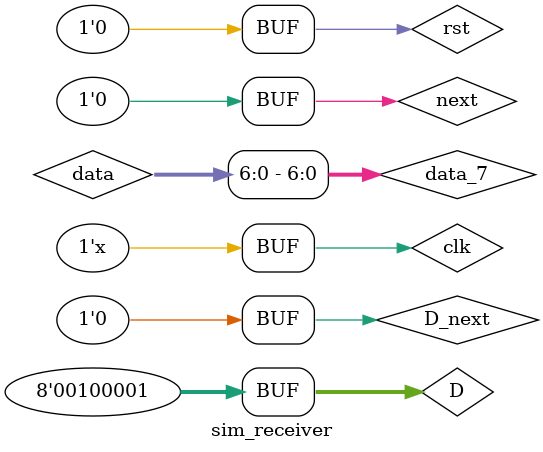
<source format=v>
`timescale 1ns / 1ps

module sim_receiver(

    );
    
    reg clk, rst, next;
    wire [7:0] data;
    wire [6:0] data_7;
    assign data_7 = data[6:0];
    reg [7:0] D;
    reg D_next;
    wire line;
    transmitter tr (
        .clk(clk),
        .rst(rst),
        .N(16'd3),
        .eight_bit(1'b0),
        .two_stop(0),
        .data(D),
        .next(D_next),
        .Tx(line)
        );
        
    receiver uut(
        .clk(clk),
        .rst(rst),
        .N(16'd3), 
        .eight_bit(1'b0),
        .Rx(line),
        .data(data),
        .next(next)
        );
    
    
    
    
    initial begin
        rst <= 1;
        clk <= 0;
        next <= 0;
        D_next <= 0;
        
        #11
        rst <= 0;
        
        #5
        D <= 8'd77;
        D_next <= 1'b1;
        
        #10
        D_next = 1'b0;
        
        #10000
        next <= 1'b1;
        D <= 8'd101;
        D_next <= 1'b1;
        #10
        next <= 1'b0;
        D <= 8'd33;
        D_next <= 1'b1;
        #10
        D_next <= 1'b0;
        
        #6000
        next <= 1'b1;
        #10
        next <= 1'b0;
    end
        
    always #5
        clk = ~clk;
endmodule

</source>
